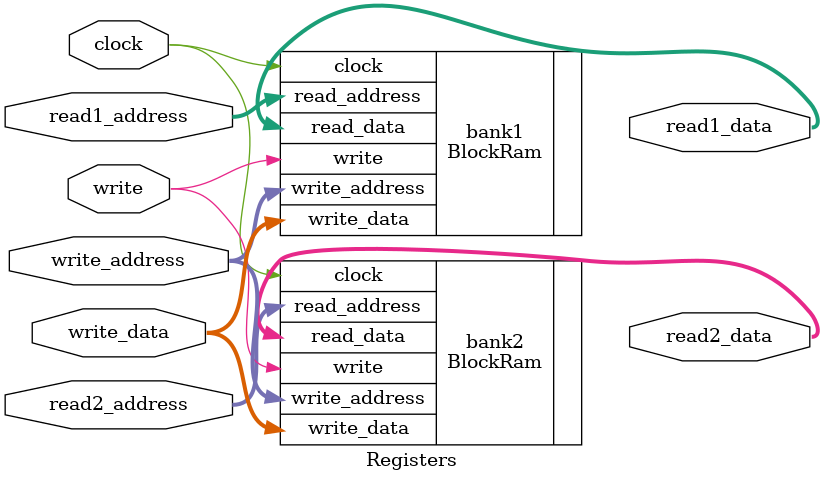
<source format=v>

module Registers
    #(parameter WORD_WIDTH=32, ADDRESS_WIDTH=5) 
(
    input wire clock,

    // For writing:
    input wire [ADDRESS_WIDTH-1:0] write_address,
    input wire write,
    input wire [WORD_WIDTH-1:0] write_data,

    // For reading parameter 1:
    input wire [ADDRESS_WIDTH-1:0] read1_address,
    output wire [WORD_WIDTH-1:0] read1_data,

    // For reading parameter 2:
    input wire [ADDRESS_WIDTH-1:0] read2_address,
    output wire [WORD_WIDTH-1:0] read2_data
);

    BlockRam #(.WORD_WIDTH(WORD_WIDTH), .ADDRESS_WIDTH(ADDRESS_WIDTH))
        bank1(
            .clock(clock),
            .write_address(write_address),
            .write(write),
            .write_data(write_data),
            .read_address(read1_address),
            .read_data(read1_data));

    BlockRam #(.WORD_WIDTH(WORD_WIDTH), .ADDRESS_WIDTH(ADDRESS_WIDTH))
        bank2(
            .clock(clock),
            .write_address(write_address),
            .write(write),
            .write_data(write_data),
            .read_address(read2_address),
            .read_data(read2_data));

endmodule


</source>
